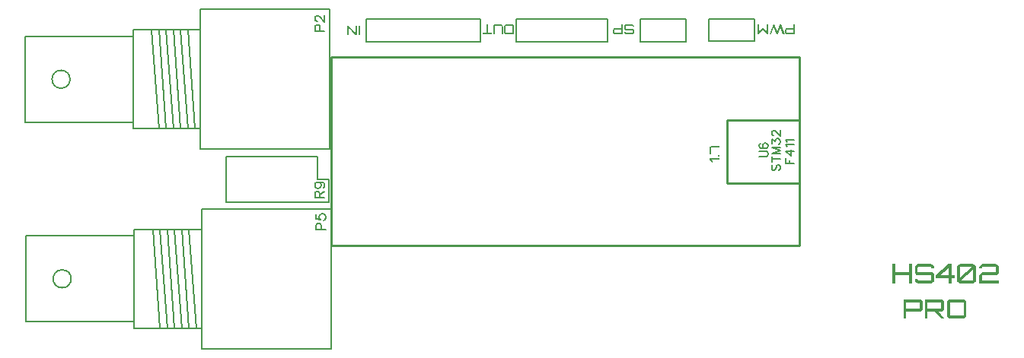
<source format=gto>
G04 Layer: TopSilkLayer*
G04 EasyEDA v6.4.7, 2020-11-20T18:15:40+05:30*
G04 2bd19a94ae5149c988909f382a05baad,5a8210e43a1b4091af5044d7901ac753,10*
G04 Gerber Generator version 0.2*
G04 Scale: 100 percent, Rotated: No, Reflected: No *
G04 Dimensions in millimeters *
G04 leading zeros omitted , absolute positions ,3 integer and 3 decimal *
%FSLAX33Y33*%
%MOMM*%
G90*
D02*

%ADD10C,0.254000*%
%ADD32C,0.203200*%
%ADD33C,0.199898*%
%ADD34C,0.200660*%
%ADD35C,0.149987*%
%ADD36C,0.152400*%

%LPD*%
G54D32*
G01X61595Y36830D02*
G01X61595Y34315D01*
G01X56515Y34315D01*
G01X56515Y36830D01*
G01X61595Y36830D01*
G54D10*
G01X14547Y32557D02*
G01X66548Y32557D01*
G01X66548Y11557D02*
G01X56547Y11557D01*
G01X66548Y11557D02*
G01X66548Y21557D01*
G01X66548Y21557D02*
G01X66548Y32557D01*
G01X56547Y11557D02*
G01X46547Y11557D01*
G01X46548Y11557D02*
G01X36548Y11557D01*
G01X36548Y11557D02*
G01X26548Y11557D01*
G01X26548Y11557D02*
G01X14547Y11557D01*
G01X14547Y21557D02*
G01X14547Y32557D01*
G01X14547Y11557D02*
G01X14547Y21557D01*
G01X66548Y18557D02*
G01X58547Y18557D01*
G01X58547Y25356D01*
G01X58547Y25557D01*
G01X58747Y25557D01*
G01X66548Y25557D01*
G54D33*
G01X2794Y21463D02*
G01X12954Y21463D01*
G01X12954Y18923D01*
G01X14224Y18923D01*
G01X14224Y16383D01*
G01X2794Y16383D01*
G01X2794Y21463D01*
G54D32*
G01X48895Y34290D02*
G01X48895Y36804D01*
G01X53975Y36804D01*
G01X53975Y34290D01*
G01X48895Y34290D01*
G54D34*
G01X35052Y34290D02*
G01X35052Y36830D01*
G01X35052Y36830D02*
G01X45212Y36830D01*
G01X35052Y34290D02*
G01X45212Y34290D01*
G01X45212Y34290D02*
G01X45212Y36830D01*
G54D35*
G01X-4509Y2373D02*
G01X-5309Y13371D01*
G01X-3709Y2373D02*
G01X-4509Y13371D01*
G01X-2909Y2373D02*
G01X-3709Y13371D01*
G01X-2109Y2373D02*
G01X-2909Y13371D01*
G01X-1309Y2373D02*
G01X-2109Y13371D01*
G01X-509Y2373D02*
G01X-1309Y13371D01*
G01X-7407Y12673D02*
G01X-19409Y12673D01*
G01X-19409Y3072D01*
G01X-7407Y3072D01*
G01X90Y13371D02*
G01X-7407Y13371D01*
G01X-7407Y2373D01*
G01X90Y2373D01*
G01X14491Y72D02*
G01X14491Y15673D01*
G01X90Y15673D01*
G01X90Y72D01*
G01X14491Y72D01*
G01X-4636Y24598D02*
G01X-5436Y35596D01*
G01X-3836Y24598D02*
G01X-4636Y35596D01*
G01X-3036Y24598D02*
G01X-3836Y35596D01*
G01X-2236Y24598D02*
G01X-3036Y35596D01*
G01X-1436Y24598D02*
G01X-2236Y35596D01*
G01X-636Y24598D02*
G01X-1436Y35596D01*
G01X-7534Y34898D02*
G01X-19536Y34898D01*
G01X-19536Y25297D01*
G01X-7534Y25297D01*
G01X-36Y35596D02*
G01X-7534Y35596D01*
G01X-7534Y24598D01*
G01X-36Y24598D01*
G01X14364Y22297D02*
G01X14364Y37898D01*
G01X-36Y37898D01*
G01X-36Y22297D01*
G01X14364Y22297D01*
G54D34*
G01X18415Y34290D02*
G01X18415Y36830D01*
G01X18415Y36830D02*
G01X31115Y36830D01*
G01X18415Y34290D02*
G01X31115Y34290D01*
G01X31115Y34290D02*
G01X31115Y36830D01*

%LPD*%
G36*
G01X88358Y9525D02*
G01X86979Y9525D01*
G01X86829Y9497D01*
G01X86702Y9413D01*
G01X86619Y9286D01*
G01X86591Y9136D01*
G01X86591Y9009D01*
G01X86913Y9009D01*
G01X86913Y9136D01*
G01X86915Y9148D01*
G01X86918Y9160D01*
G01X86925Y9171D01*
G01X86934Y9182D01*
G01X86943Y9191D01*
G01X86954Y9197D01*
G01X86966Y9200D01*
G01X86979Y9202D01*
G01X88358Y9202D01*
G01X88372Y9201D01*
G01X88384Y9197D01*
G01X88396Y9191D01*
G01X88407Y9182D01*
G01X88414Y9171D01*
G01X88420Y9160D01*
G01X88424Y9148D01*
G01X88425Y9136D01*
G01X88425Y8643D01*
G01X88424Y8631D01*
G01X88420Y8619D01*
G01X88414Y8608D01*
G01X88407Y8597D01*
G01X88396Y8588D01*
G01X88384Y8582D01*
G01X88372Y8578D01*
G01X88358Y8577D01*
G01X86979Y8577D01*
G01X86829Y8549D01*
G01X86702Y8463D01*
G01X86619Y8337D01*
G01X86591Y8188D01*
G01X86591Y7366D01*
G01X88750Y7366D01*
G01X88750Y7691D01*
G01X86979Y7691D01*
G01X86966Y7692D01*
G01X86954Y7695D01*
G01X86943Y7701D01*
G01X86934Y7708D01*
G01X86925Y7719D01*
G01X86918Y7731D01*
G01X86915Y7743D01*
G01X86913Y7757D01*
G01X86913Y8188D01*
G01X86915Y8201D01*
G01X86918Y8212D01*
G01X86925Y8224D01*
G01X86934Y8234D01*
G01X86943Y8243D01*
G01X86954Y8249D01*
G01X86966Y8253D01*
G01X86979Y8255D01*
G01X88358Y8255D01*
G01X88509Y8282D01*
G01X88635Y8366D01*
G01X88721Y8493D01*
G01X88750Y8643D01*
G01X88750Y9136D01*
G01X88721Y9286D01*
G01X88635Y9413D01*
G01X88509Y9497D01*
G01X88358Y9525D01*
G37*

%LPD*%
G36*
G01X85857Y9525D02*
G01X84477Y9525D01*
G01X84327Y9497D01*
G01X84201Y9413D01*
G01X84117Y9286D01*
G01X84089Y9136D01*
G01X84089Y7757D01*
G01X84117Y7606D01*
G01X84201Y7480D01*
G01X84327Y7394D01*
G01X84477Y7366D01*
G01X85857Y7366D01*
G01X86007Y7394D01*
G01X86133Y7480D01*
G01X86219Y7606D01*
G01X86248Y7757D01*
G01X86248Y9136D01*
G01X86219Y9286D01*
G01X86133Y9413D01*
G01X86007Y9497D01*
G01X85857Y9525D01*
G37*

%LPC*%
G36*
G01X85923Y7757D02*
G01X85923Y8869D01*
G01X84521Y7691D01*
G01X85857Y7691D01*
G01X85870Y7692D01*
G01X85882Y7695D01*
G01X85894Y7701D01*
G01X85905Y7708D01*
G01X85912Y7719D01*
G01X85918Y7731D01*
G01X85922Y7743D01*
G01X85923Y7757D01*
G37*
G36*
G01X85816Y9202D02*
G01X84477Y9202D01*
G01X84464Y9200D01*
G01X84452Y9197D01*
G01X84441Y9191D01*
G01X84432Y9182D01*
G01X84423Y9171D01*
G01X84416Y9160D01*
G01X84413Y9148D01*
G01X84411Y9136D01*
G01X84411Y8023D01*
G01X85816Y9202D01*
G37*

%LPD*%
G36*
G01X83497Y9525D02*
G01X83172Y9525D01*
G01X81744Y8239D01*
G01X81744Y7914D01*
G01X83172Y7914D01*
G01X83172Y7366D01*
G01X83497Y7366D01*
G01X83497Y7914D01*
G01X83814Y7914D01*
G01X83814Y8239D01*
G01X83497Y8239D01*
G01X83497Y9525D01*
G37*

%LPC*%
G36*
G01X83172Y8239D02*
G01X83172Y9017D01*
G01X82217Y8239D01*
G01X83172Y8239D01*
G37*

%LPD*%
G36*
G01X81183Y9525D02*
G01X79804Y9525D01*
G01X79653Y9497D01*
G01X79527Y9413D01*
G01X79441Y9286D01*
G01X79413Y9136D01*
G01X79413Y8674D01*
G01X79441Y8523D01*
G01X79527Y8397D01*
G01X79653Y8311D01*
G01X79804Y8282D01*
G01X81183Y8282D01*
G01X81197Y8281D01*
G01X81209Y8278D01*
G01X81221Y8272D01*
G01X81231Y8265D01*
G01X81239Y8254D01*
G01X81244Y8242D01*
G01X81248Y8230D01*
G01X81249Y8216D01*
G01X81249Y7757D01*
G01X81248Y7743D01*
G01X81244Y7731D01*
G01X81239Y7719D01*
G01X81231Y7708D01*
G01X81221Y7701D01*
G01X81209Y7695D01*
G01X81197Y7692D01*
G01X81183Y7691D01*
G01X79804Y7691D01*
G01X79791Y7692D01*
G01X79778Y7695D01*
G01X79768Y7701D01*
G01X79758Y7708D01*
G01X79749Y7719D01*
G01X79743Y7731D01*
G01X79739Y7743D01*
G01X79738Y7757D01*
G01X79738Y7881D01*
G01X79413Y7881D01*
G01X79413Y7757D01*
G01X79441Y7606D01*
G01X79527Y7480D01*
G01X79653Y7394D01*
G01X79804Y7366D01*
G01X81183Y7366D01*
G01X81333Y7394D01*
G01X81460Y7480D01*
G01X81546Y7606D01*
G01X81574Y7757D01*
G01X81574Y8216D01*
G01X81546Y8367D01*
G01X81460Y8493D01*
G01X81333Y8579D01*
G01X81183Y8608D01*
G01X79804Y8608D01*
G01X79791Y8609D01*
G01X79778Y8613D01*
G01X79768Y8619D01*
G01X79758Y8628D01*
G01X79749Y8638D01*
G01X79743Y8648D01*
G01X79739Y8660D01*
G01X79738Y8674D01*
G01X79738Y9136D01*
G01X79739Y9148D01*
G01X79743Y9160D01*
G01X79749Y9171D01*
G01X79758Y9182D01*
G01X79768Y9191D01*
G01X79778Y9197D01*
G01X79791Y9200D01*
G01X79804Y9202D01*
G01X81183Y9202D01*
G01X81197Y9201D01*
G01X81209Y9197D01*
G01X81221Y9191D01*
G01X81231Y9182D01*
G01X81239Y9171D01*
G01X81244Y9160D01*
G01X81248Y9148D01*
G01X81249Y9136D01*
G01X81249Y9009D01*
G01X81574Y9009D01*
G01X81574Y9136D01*
G01X81546Y9286D01*
G01X81460Y9413D01*
G01X81333Y9497D01*
G01X81183Y9525D01*
G37*

%LPD*%
G36*
G01X77203Y9525D02*
G01X76878Y9525D01*
G01X76878Y7366D01*
G01X77203Y7366D01*
G01X77203Y8282D01*
G01X78765Y8282D01*
G01X78765Y7366D01*
G01X79090Y7366D01*
G01X79090Y9525D01*
G01X78765Y9525D01*
G01X78765Y8608D01*
G01X77203Y8608D01*
G01X77203Y9525D01*
G37*

%LPD*%

%LPD*%
G36*
G01X84757Y5588D02*
G01X83378Y5588D01*
G01X83227Y5560D01*
G01X83101Y5476D01*
G01X83015Y5349D01*
G01X82986Y5199D01*
G01X82986Y3820D01*
G01X83015Y3669D01*
G01X83101Y3543D01*
G01X83227Y3457D01*
G01X83378Y3429D01*
G01X84757Y3429D01*
G01X84907Y3457D01*
G01X85034Y3543D01*
G01X85119Y3669D01*
G01X85148Y3820D01*
G01X85148Y5199D01*
G01X85119Y5349D01*
G01X85034Y5476D01*
G01X84907Y5560D01*
G01X84757Y5588D01*
G37*

%LPC*%
G36*
G01X84757Y5265D02*
G01X83378Y5265D01*
G01X83364Y5263D01*
G01X83352Y5260D01*
G01X83341Y5254D01*
G01X83332Y5245D01*
G01X83323Y5234D01*
G01X83317Y5223D01*
G01X83313Y5211D01*
G01X83312Y5199D01*
G01X83312Y3820D01*
G01X83313Y3806D01*
G01X83317Y3794D01*
G01X83323Y3782D01*
G01X83332Y3771D01*
G01X83341Y3764D01*
G01X83352Y3758D01*
G01X83364Y3755D01*
G01X83378Y3754D01*
G01X84757Y3754D01*
G01X84770Y3755D01*
G01X84783Y3758D01*
G01X84794Y3764D01*
G01X84805Y3771D01*
G01X84813Y3782D01*
G01X84818Y3794D01*
G01X84822Y3806D01*
G01X84823Y3820D01*
G01X84823Y5199D01*
G01X84822Y5211D01*
G01X84818Y5223D01*
G01X84813Y5234D01*
G01X84805Y5245D01*
G01X84794Y5254D01*
G01X84783Y5260D01*
G01X84770Y5264D01*
G01X84757Y5265D01*
G37*

%LPD*%
G36*
G01X82285Y5585D02*
G01X80515Y5585D01*
G01X80515Y3429D01*
G01X80840Y3429D01*
G01X80840Y4206D01*
G01X80859Y4204D01*
G01X80877Y4202D01*
G01X80892Y4201D01*
G01X81643Y4201D01*
G01X82290Y3429D01*
G01X82677Y3429D01*
G01X82677Y3474D01*
G01X82067Y4201D01*
G01X82285Y4201D01*
G01X82436Y4229D01*
G01X82562Y4315D01*
G01X82648Y4440D01*
G01X82677Y4589D01*
G01X82677Y5196D01*
G01X82648Y5344D01*
G01X82562Y5471D01*
G01X82436Y5557D01*
G01X82285Y5585D01*
G37*

%LPC*%
G36*
G01X82285Y5262D02*
G01X80906Y5262D01*
G01X80892Y5261D01*
G01X80880Y5257D01*
G01X80869Y5251D01*
G01X80858Y5242D01*
G01X80850Y5231D01*
G01X80845Y5221D01*
G01X80841Y5209D01*
G01X80840Y5196D01*
G01X80840Y4589D01*
G01X80841Y4576D01*
G01X80845Y4564D01*
G01X80850Y4553D01*
G01X80858Y4544D01*
G01X80869Y4534D01*
G01X80880Y4528D01*
G01X80892Y4524D01*
G01X80906Y4523D01*
G01X82285Y4523D01*
G01X82299Y4524D01*
G01X82311Y4528D01*
G01X82321Y4534D01*
G01X82340Y4553D01*
G01X82346Y4564D01*
G01X82350Y4576D01*
G01X82351Y4589D01*
G01X82351Y5196D01*
G01X82350Y5209D01*
G01X82346Y5220D01*
G01X82340Y5231D01*
G01X82331Y5242D01*
G01X82321Y5251D01*
G01X82311Y5257D01*
G01X82299Y5261D01*
G01X82285Y5262D01*
G37*

%LPD*%
G36*
G01X79916Y5585D02*
G01X78145Y5585D01*
G01X78145Y3429D01*
G01X78470Y3429D01*
G01X78470Y4206D01*
G01X78490Y4204D01*
G01X78507Y4202D01*
G01X78523Y4201D01*
G01X79916Y4201D01*
G01X80066Y4229D01*
G01X80192Y4315D01*
G01X80278Y4440D01*
G01X80307Y4589D01*
G01X80307Y5196D01*
G01X80278Y5344D01*
G01X80192Y5471D01*
G01X80066Y5557D01*
G01X79916Y5585D01*
G37*

%LPC*%
G36*
G01X79916Y5262D02*
G01X78536Y5262D01*
G01X78523Y5261D01*
G01X78510Y5257D01*
G01X78499Y5251D01*
G01X78488Y5242D01*
G01X78480Y5231D01*
G01X78475Y5221D01*
G01X78471Y5209D01*
G01X78470Y5196D01*
G01X78470Y4589D01*
G01X78471Y4576D01*
G01X78475Y4564D01*
G01X78480Y4553D01*
G01X78488Y4544D01*
G01X78499Y4534D01*
G01X78510Y4528D01*
G01X78523Y4524D01*
G01X78536Y4523D01*
G01X79916Y4523D01*
G01X79929Y4524D01*
G01X79941Y4528D01*
G01X79952Y4534D01*
G01X79961Y4544D01*
G01X79970Y4553D01*
G01X79976Y4564D01*
G01X79981Y4576D01*
G01X79982Y4589D01*
G01X79982Y5196D01*
G01X79981Y5209D01*
G01X79976Y5220D01*
G01X79970Y5231D01*
G01X79961Y5242D01*
G01X79952Y5251D01*
G01X79941Y5257D01*
G01X79929Y5261D01*
G01X79916Y5262D01*
G37*

%LPD*%

%LPD*%
G36*
G01X57658Y22639D02*
G01X56774Y22639D01*
G01X56734Y22635D01*
G01X56698Y22624D01*
G01X56664Y22607D01*
G01X56634Y22583D01*
G01X56609Y22553D01*
G01X56592Y22520D01*
G01X56582Y22485D01*
G01X56578Y22445D01*
G01X56578Y21739D01*
G01X56741Y21739D01*
G01X56741Y22452D01*
G01X56743Y22458D01*
G01X56745Y22463D01*
G01X56748Y22468D01*
G01X56754Y22473D01*
G01X56760Y22476D01*
G01X56766Y22478D01*
G01X56774Y22479D01*
G01X57658Y22479D01*
G01X57658Y22639D01*
G37*

%LPD*%
G36*
G01X57658Y21658D02*
G01X57495Y21658D01*
G01X57495Y21496D01*
G01X57658Y21496D01*
G01X57658Y21658D01*
G37*

%LPD*%
G36*
G01X57658Y21328D02*
G01X56578Y21328D01*
G01X56578Y21132D01*
G01X56941Y20830D01*
G01X56941Y21041D01*
G01X56794Y21165D01*
G01X57658Y21165D01*
G01X57658Y21328D01*
G37*

%LPD*%

%LPD*%
G36*
G01X62064Y36195D02*
G01X61904Y36195D01*
G01X61904Y35115D01*
G01X62097Y35115D01*
G01X62517Y35613D01*
G01X62936Y35115D01*
G01X63129Y35115D01*
G01X63129Y36195D01*
G01X62966Y36195D01*
G01X62966Y35331D01*
G01X62517Y35867D01*
G01X62064Y35331D01*
G01X62064Y36195D01*
G37*

%LPD*%
G36*
G01X63789Y36195D02*
G01X63657Y36195D01*
G01X63263Y35115D01*
G01X63436Y35115D01*
G01X63723Y35902D01*
G01X64010Y35115D01*
G01X64183Y35115D01*
G01X64467Y35902D01*
G01X64754Y35115D01*
G01X64927Y35115D01*
G01X64533Y36195D01*
G01X64404Y36195D01*
G01X64096Y35354D01*
G01X63789Y36195D01*
G37*

%LPD*%
G36*
G01X66083Y36195D02*
G01X65920Y36195D01*
G01X65920Y35806D01*
G01X65910Y35807D01*
G01X65902Y35808D01*
G01X65199Y35808D01*
G01X65160Y35805D01*
G01X65123Y35794D01*
G01X65090Y35775D01*
G01X65059Y35750D01*
G01X65035Y35721D01*
G01X65017Y35688D01*
G01X65007Y35652D01*
G01X65003Y35613D01*
G01X65003Y35311D01*
G01X65007Y35272D01*
G01X65017Y35237D01*
G01X65035Y35204D01*
G01X65059Y35173D01*
G01X65090Y35148D01*
G01X65123Y35130D01*
G01X65160Y35119D01*
G01X65199Y35115D01*
G01X66083Y35115D01*
G01X66083Y36195D01*
G37*

%LPC*%
G36*
G01X65887Y35646D02*
G01X65199Y35646D01*
G01X65185Y35644D01*
G01X65179Y35642D01*
G01X65173Y35638D01*
G01X65170Y35633D01*
G01X65168Y35627D01*
G01X65166Y35620D01*
G01X65166Y35304D01*
G01X65168Y35298D01*
G01X65170Y35293D01*
G01X65173Y35288D01*
G01X65179Y35283D01*
G01X65185Y35280D01*
G01X65192Y35278D01*
G01X65893Y35278D01*
G01X65899Y35280D01*
G01X65905Y35283D01*
G01X65915Y35293D01*
G01X65918Y35298D01*
G01X65920Y35304D01*
G01X65920Y35620D01*
G01X65918Y35627D01*
G01X65915Y35633D01*
G01X65910Y35638D01*
G01X65905Y35642D01*
G01X65899Y35644D01*
G01X65887Y35646D01*
G37*

%LPD*%
G54D32*
G01X63643Y20575D02*
G01X63552Y20484D01*
G01X63506Y20348D01*
G01X63506Y20166D01*
G01X63552Y20029D01*
G01X63643Y19939D01*
G01X63734Y19939D01*
G01X63825Y19984D01*
G01X63870Y20029D01*
G01X63916Y20120D01*
G01X64006Y20393D01*
G01X64052Y20484D01*
G01X64097Y20529D01*
G01X64188Y20575D01*
G01X64325Y20575D01*
G01X64416Y20484D01*
G01X64461Y20348D01*
G01X64461Y20166D01*
G01X64416Y20029D01*
G01X64325Y19939D01*
G01X63506Y21193D02*
G01X64461Y21193D01*
G01X63506Y20875D02*
G01X63506Y21511D01*
G01X63506Y21811D02*
G01X64461Y21811D01*
G01X63506Y21811D02*
G01X64461Y22175D01*
G01X63506Y22538D02*
G01X64461Y22175D01*
G01X63506Y22538D02*
G01X64461Y22538D01*
G01X63506Y22929D02*
G01X63506Y23429D01*
G01X63870Y23157D01*
G01X63870Y23293D01*
G01X63916Y23384D01*
G01X63961Y23429D01*
G01X64097Y23475D01*
G01X64188Y23475D01*
G01X64325Y23429D01*
G01X64416Y23338D01*
G01X64461Y23202D01*
G01X64461Y23066D01*
G01X64416Y22929D01*
G01X64370Y22884D01*
G01X64279Y22838D01*
G01X63734Y23820D02*
G01X63688Y23820D01*
G01X63597Y23866D01*
G01X63552Y23911D01*
G01X63506Y24002D01*
G01X63506Y24184D01*
G01X63552Y24275D01*
G01X63597Y24320D01*
G01X63688Y24366D01*
G01X63779Y24366D01*
G01X63870Y24320D01*
G01X64006Y24229D01*
G01X64461Y23775D01*
G01X64461Y24411D01*
G54D36*
G01X62109Y21463D02*
G01X62791Y21463D01*
G01X62928Y21508D01*
G01X63019Y21599D01*
G01X63064Y21735D01*
G01X63064Y21826D01*
G01X63019Y21962D01*
G01X62928Y22053D01*
G01X62791Y22099D01*
G01X62109Y22099D01*
G01X62246Y22944D02*
G01X62155Y22899D01*
G01X62109Y22762D01*
G01X62109Y22672D01*
G01X62155Y22535D01*
G01X62291Y22444D01*
G01X62519Y22399D01*
G01X62746Y22399D01*
G01X62928Y22444D01*
G01X63019Y22535D01*
G01X63064Y22672D01*
G01X63064Y22717D01*
G01X63019Y22853D01*
G01X62928Y22944D01*
G01X62791Y22990D01*
G01X62746Y22990D01*
G01X62609Y22944D01*
G01X62519Y22853D01*
G01X62473Y22717D01*
G01X62473Y22672D01*
G01X62519Y22535D01*
G01X62609Y22444D01*
G01X62746Y22399D01*
G54D32*
G01X65030Y20701D02*
G01X65985Y20701D01*
G01X65030Y20701D02*
G01X65030Y21291D01*
G01X65485Y20701D02*
G01X65485Y21064D01*
G01X65030Y22046D02*
G01X65667Y21591D01*
G01X65667Y22273D01*
G01X65030Y22046D02*
G01X65985Y22046D01*
G01X65212Y22573D02*
G01X65167Y22664D01*
G01X65030Y22800D01*
G01X65985Y22800D01*
G01X65212Y23100D02*
G01X65167Y23191D01*
G01X65030Y23328D01*
G01X65985Y23328D01*
G54D36*
G01X12689Y16891D02*
G01X13779Y16891D01*
G01X12689Y16891D02*
G01X12689Y17358D01*
G01X12740Y17513D01*
G01X12793Y17566D01*
G01X12898Y17617D01*
G01X13002Y17617D01*
G01X13106Y17566D01*
G01X13157Y17513D01*
G01X13208Y17358D01*
G01X13208Y16891D01*
G01X13208Y17254D02*
G01X13779Y17617D01*
G01X13053Y18635D02*
G01X13208Y18585D01*
G01X13312Y18481D01*
G01X13365Y18326D01*
G01X13365Y18272D01*
G01X13312Y18117D01*
G01X13208Y18013D01*
G01X13053Y17960D01*
G01X13002Y17960D01*
G01X12844Y18013D01*
G01X12740Y18117D01*
G01X12689Y18272D01*
G01X12689Y18326D01*
G01X12740Y18481D01*
G01X12844Y18585D01*
G01X13053Y18635D01*
G01X13312Y18635D01*
G01X13573Y18585D01*
G01X13728Y18481D01*
G01X13779Y18326D01*
G01X13779Y18221D01*
G01X13728Y18064D01*
G01X13624Y18013D01*

%LPD*%
G36*
G01X46941Y36195D02*
G01X46781Y36195D01*
G01X46781Y35806D01*
G01X46761Y35808D01*
G01X46057Y35808D01*
G01X46018Y35805D01*
G01X45983Y35794D01*
G01X45950Y35775D01*
G01X45920Y35750D01*
G01X45895Y35721D01*
G01X45876Y35688D01*
G01X45865Y35652D01*
G01X45862Y35613D01*
G01X45862Y35311D01*
G01X45865Y35272D01*
G01X45876Y35237D01*
G01X45895Y35204D01*
G01X45920Y35173D01*
G01X45950Y35148D01*
G01X45983Y35130D01*
G01X46018Y35119D01*
G01X46057Y35115D01*
G01X46941Y35115D01*
G01X46941Y36195D01*
G37*

%LPC*%
G36*
G01X46748Y35646D02*
G01X46057Y35646D01*
G01X46045Y35644D01*
G01X46040Y35642D01*
G01X46034Y35638D01*
G01X46030Y35633D01*
G01X46027Y35627D01*
G01X46025Y35620D01*
G01X46024Y35613D01*
G01X46024Y35311D01*
G01X46025Y35304D01*
G01X46027Y35298D01*
G01X46030Y35293D01*
G01X46034Y35288D01*
G01X46040Y35283D01*
G01X46045Y35280D01*
G01X46051Y35278D01*
G01X46754Y35278D01*
G01X46760Y35280D01*
G01X46766Y35283D01*
G01X46776Y35293D01*
G01X46779Y35298D01*
G01X46781Y35304D01*
G01X46781Y35620D01*
G01X46779Y35627D01*
G01X46776Y35633D01*
G01X46771Y35638D01*
G01X46766Y35642D01*
G01X46760Y35644D01*
G01X46748Y35646D01*
G37*

%LPD*%
G36*
G01X47988Y36195D02*
G01X47297Y36195D01*
G01X47259Y36191D01*
G01X47223Y36180D01*
G01X47190Y36163D01*
G01X47160Y36139D01*
G01X47135Y36108D01*
G01X47118Y36075D01*
G01X47107Y36038D01*
G01X47104Y35999D01*
G01X47104Y35768D01*
G01X47107Y35729D01*
G01X47118Y35693D01*
G01X47135Y35660D01*
G01X47160Y35631D01*
G01X47190Y35606D01*
G01X47223Y35589D01*
G01X47259Y35578D01*
G01X47297Y35575D01*
G01X47988Y35575D01*
G01X47994Y35574D01*
G01X48000Y35572D01*
G01X48006Y35569D01*
G01X48011Y35565D01*
G01X48015Y35560D01*
G01X48018Y35554D01*
G01X48020Y35548D01*
G01X48021Y35542D01*
G01X48021Y35311D01*
G01X48020Y35303D01*
G01X48018Y35296D01*
G01X48015Y35291D01*
G01X48011Y35285D01*
G01X48006Y35282D01*
G01X47994Y35278D01*
G01X47291Y35278D01*
G01X47279Y35282D01*
G01X47274Y35285D01*
G01X47269Y35291D01*
G01X47266Y35296D01*
G01X47264Y35303D01*
G01X47264Y35372D01*
G01X47104Y35372D01*
G01X47104Y35311D01*
G01X47107Y35271D01*
G01X47118Y35235D01*
G01X47135Y35201D01*
G01X47160Y35171D01*
G01X47190Y35146D01*
G01X47223Y35129D01*
G01X47259Y35119D01*
G01X47297Y35115D01*
G01X47988Y35115D01*
G01X48027Y35119D01*
G01X48063Y35129D01*
G01X48095Y35146D01*
G01X48125Y35171D01*
G01X48150Y35201D01*
G01X48169Y35235D01*
G01X48180Y35271D01*
G01X48183Y35311D01*
G01X48183Y35542D01*
G01X48180Y35580D01*
G01X48169Y35615D01*
G01X48150Y35648D01*
G01X48125Y35679D01*
G01X48095Y35703D01*
G01X48063Y35721D01*
G01X48027Y35731D01*
G01X47988Y35735D01*
G01X47291Y35735D01*
G01X47285Y35737D01*
G01X47279Y35740D01*
G01X47269Y35750D01*
G01X47266Y35756D01*
G01X47264Y35762D01*
G01X47264Y36006D01*
G01X47266Y36012D01*
G01X47269Y36018D01*
G01X47279Y36026D01*
G01X47285Y36029D01*
G01X47291Y36031D01*
G01X47297Y36032D01*
G01X47988Y36032D01*
G01X47994Y36031D01*
G01X48000Y36029D01*
G01X48006Y36026D01*
G01X48011Y36022D01*
G01X48015Y36018D01*
G01X48018Y36012D01*
G01X48020Y36006D01*
G01X48021Y35999D01*
G01X48021Y35935D01*
G01X48183Y35935D01*
G01X48183Y35999D01*
G01X48180Y36038D01*
G01X48169Y36075D01*
G01X48150Y36108D01*
G01X48125Y36139D01*
G01X48095Y36163D01*
G01X48063Y36180D01*
G01X48027Y36191D01*
G01X47988Y36195D01*
G37*

%LPD*%

%LPD*%
G36*
G01X31953Y36195D02*
G01X31790Y36195D01*
G01X31790Y35278D01*
G01X31330Y35278D01*
G01X31330Y35115D01*
G01X32410Y35115D01*
G01X32410Y35278D01*
G01X31953Y35278D01*
G01X31953Y36195D01*
G37*

%LPD*%
G36*
G01X33406Y36195D02*
G01X32717Y36195D01*
G01X32678Y36191D01*
G01X32642Y36180D01*
G01X32608Y36163D01*
G01X32578Y36139D01*
G01X32553Y36108D01*
G01X32535Y36075D01*
G01X32525Y36038D01*
G01X32522Y35999D01*
G01X32522Y35115D01*
G01X32684Y35115D01*
G01X32684Y35999D01*
G01X32685Y36006D01*
G01X32687Y36012D01*
G01X32690Y36018D01*
G01X32698Y36026D01*
G01X32704Y36029D01*
G01X32710Y36031D01*
G01X32717Y36032D01*
G01X33406Y36032D01*
G01X33413Y36031D01*
G01X33420Y36029D01*
G01X33425Y36026D01*
G01X33431Y36022D01*
G01X33435Y36018D01*
G01X33437Y36012D01*
G01X33438Y36006D01*
G01X33439Y35999D01*
G01X33439Y35115D01*
G01X33601Y35115D01*
G01X33601Y35999D01*
G01X33598Y36038D01*
G01X33587Y36075D01*
G01X33570Y36108D01*
G01X33545Y36139D01*
G01X33515Y36163D01*
G01X33481Y36180D01*
G01X33445Y36191D01*
G01X33406Y36195D01*
G37*

%LPD*%
G36*
G01X34648Y36195D02*
G01X33959Y36195D01*
G01X33920Y36191D01*
G01X33884Y36180D01*
G01X33850Y36163D01*
G01X33820Y36139D01*
G01X33795Y36108D01*
G01X33778Y36075D01*
G01X33767Y36038D01*
G01X33764Y35999D01*
G01X33764Y35311D01*
G01X33767Y35271D01*
G01X33778Y35235D01*
G01X33795Y35201D01*
G01X33820Y35171D01*
G01X33850Y35146D01*
G01X33884Y35129D01*
G01X33920Y35119D01*
G01X33959Y35115D01*
G01X34648Y35115D01*
G01X34687Y35119D01*
G01X34723Y35129D01*
G01X34757Y35146D01*
G01X34787Y35171D01*
G01X34812Y35201D01*
G01X34830Y35235D01*
G01X34840Y35271D01*
G01X34843Y35311D01*
G01X34843Y35999D01*
G01X34840Y36038D01*
G01X34830Y36075D01*
G01X34812Y36108D01*
G01X34787Y36139D01*
G01X34757Y36163D01*
G01X34723Y36180D01*
G01X34687Y36191D01*
G01X34648Y36195D01*
G37*

%LPC*%
G36*
G01X34648Y36032D02*
G01X33959Y36032D01*
G01X33952Y36031D01*
G01X33946Y36029D01*
G01X33941Y36026D01*
G01X33936Y36022D01*
G01X33932Y36018D01*
G01X33929Y36012D01*
G01X33927Y36006D01*
G01X33926Y35999D01*
G01X33926Y35311D01*
G01X33927Y35303D01*
G01X33929Y35296D01*
G01X33932Y35291D01*
G01X33936Y35285D01*
G01X33941Y35282D01*
G01X33946Y35280D01*
G01X33952Y35278D01*
G01X34655Y35278D01*
G01X34661Y35280D01*
G01X34666Y35282D01*
G01X34671Y35285D01*
G01X34675Y35291D01*
G01X34678Y35296D01*
G01X34680Y35303D01*
G01X34681Y35311D01*
G01X34681Y35999D01*
G01X34680Y36006D01*
G01X34678Y36012D01*
G01X34675Y36018D01*
G01X34671Y36022D01*
G01X34666Y36026D01*
G01X34661Y36029D01*
G01X34655Y36031D01*
G01X34648Y36032D01*
G37*

%LPD*%
G01X12816Y13335D02*
G01X13906Y13335D01*
G01X12816Y13335D02*
G01X12816Y13802D01*
G01X12867Y13957D01*
G01X12920Y14010D01*
G01X13025Y14061D01*
G01X13180Y14061D01*
G01X13284Y14010D01*
G01X13335Y13957D01*
G01X13388Y13802D01*
G01X13388Y13335D01*
G01X12816Y15029D02*
G01X12816Y14508D01*
G01X13284Y14457D01*
G01X13233Y14508D01*
G01X13180Y14665D01*
G01X13180Y14820D01*
G01X13233Y14975D01*
G01X13335Y15079D01*
G01X13492Y15133D01*
G01X13596Y15133D01*
G01X13751Y15079D01*
G01X13855Y14975D01*
G01X13906Y14820D01*
G01X13906Y14665D01*
G01X13855Y14508D01*
G01X13804Y14457D01*
G01X13700Y14404D01*
G01X12689Y35433D02*
G01X13779Y35433D01*
G01X12689Y35433D02*
G01X12689Y35900D01*
G01X12740Y36055D01*
G01X12793Y36108D01*
G01X12898Y36159D01*
G01X13053Y36159D01*
G01X13157Y36108D01*
G01X13208Y36055D01*
G01X13261Y35900D01*
G01X13261Y35433D01*
G01X12948Y36555D02*
G01X12898Y36555D01*
G01X12793Y36606D01*
G01X12740Y36659D01*
G01X12689Y36763D01*
G01X12689Y36969D01*
G01X12740Y37073D01*
G01X12793Y37127D01*
G01X12898Y37177D01*
G01X13002Y37177D01*
G01X13106Y37127D01*
G01X13261Y37023D01*
G01X13779Y36502D01*
G01X13779Y37231D01*

%LPD*%
G36*
G01X16476Y36068D02*
G01X16286Y36068D01*
G01X16286Y34988D01*
G01X16449Y34988D01*
G01X16449Y35852D01*
G01X17172Y34988D01*
G01X17365Y34988D01*
G01X17365Y36068D01*
G01X17203Y36068D01*
G01X17203Y35204D01*
G01X16476Y36068D01*
G37*

%LPD*%
G36*
G01X17693Y36068D02*
G01X17533Y36068D01*
G01X17533Y34988D01*
G01X17693Y34988D01*
G01X17693Y36068D01*
G37*

%LPD*%
G54D35*
G75*
G01X-15409Y8873D02*
G03X-15398Y8873I-1J-1000D01*
G01*
G75*
G01X-15536Y31098D02*
G03X-15525Y31098I-1J-1000D01*
G01*
M00*
M02*

</source>
